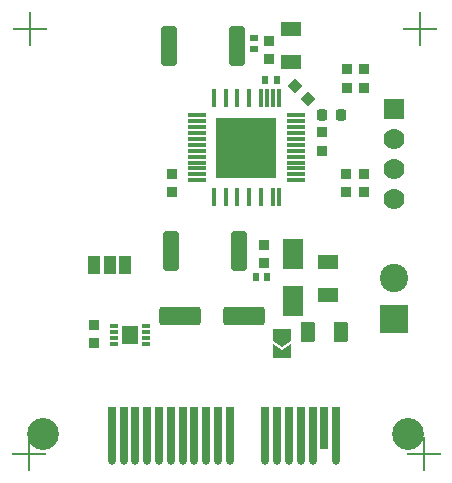
<source format=gts>
G04 #@! TF.GenerationSoftware,KiCad,Pcbnew,(5.99.0-8491-gb8dfcb34c4)*
G04 #@! TF.CreationDate,2021-01-20T09:42:39+01:00*
G04 #@! TF.ProjectId,TMC2130_Driver,544d4332-3133-4305-9f44-72697665722e,rev?*
G04 #@! TF.SameCoordinates,PX67f3540PY6cb8080*
G04 #@! TF.FileFunction,Soldermask,Top*
G04 #@! TF.FilePolarity,Negative*
%FSLAX46Y46*%
G04 Gerber Fmt 4.6, Leading zero omitted, Abs format (unit mm)*
G04 Created by KiCad (PCBNEW (5.99.0-8491-gb8dfcb34c4)) date 2021-01-20 09:42:39*
%MOMM*%
%LPD*%
G01*
G04 APERTURE LIST*
G04 Aperture macros list*
%AMRoundRect*
0 Rectangle with rounded corners*
0 $1 Rounding radius*
0 $2 $3 $4 $5 $6 $7 $8 $9 X,Y pos of 4 corners*
0 Add a 4 corners polygon primitive as box body*
4,1,4,$2,$3,$4,$5,$6,$7,$8,$9,$2,$3,0*
0 Add four circle primitives for the rounded corners*
1,1,$1+$1,$2,$3*
1,1,$1+$1,$4,$5*
1,1,$1+$1,$6,$7*
1,1,$1+$1,$8,$9*
0 Add four rect primitives between the rounded corners*
20,1,$1+$1,$2,$3,$4,$5,0*
20,1,$1+$1,$4,$5,$6,$7,0*
20,1,$1+$1,$6,$7,$8,$9,0*
20,1,$1+$1,$8,$9,$2,$3,0*%
%AMRotRect*
0 Rectangle, with rotation*
0 The origin of the aperture is its center*
0 $1 length*
0 $2 width*
0 $3 Rotation angle, in degrees counterclockwise*
0 Add horizontal line*
21,1,$1,$2,0,0,$3*%
G04 Aperture macros list end*
%ADD10R,0.950000X0.875000*%
%ADD11RotRect,0.875000X0.950000X135.000000*%
%ADD12R,1.750000X1.250000*%
%ADD13R,0.127000X3.000000*%
%ADD14R,3.000000X0.127000*%
%ADD15C,2.700000*%
%ADD16C,0.650000*%
%ADD17R,0.650000X4.600000*%
%ADD18R,0.650000X3.600000*%
%ADD19R,1.778000X1.778000*%
%ADD20C,1.778000*%
%ADD21RoundRect,0.250000X0.425000X1.425000X-0.425000X1.425000X-0.425000X-1.425000X0.425000X-1.425000X0*%
%ADD22R,0.875000X0.950000*%
%ADD23R,0.680000X0.300000*%
%ADD24R,1.450000X1.560000*%
%ADD25RoundRect,0.250000X1.500000X0.550000X-1.500000X0.550000X-1.500000X-0.550000X1.500000X-0.550000X0*%
%ADD26RoundRect,0.218750X-0.218750X-0.256250X0.218750X-0.256250X0.218750X0.256250X-0.218750X0.256250X0*%
%ADD27R,0.590000X0.640000*%
%ADD28R,0.640000X0.590000*%
%ADD29R,2.400000X2.400000*%
%ADD30C,2.400000*%
%ADD31R,1.000000X1.500000*%
%ADD32R,1.500000X0.300000*%
%ADD33R,0.300000X1.500000*%
%ADD34R,5.100000X5.100000*%
%ADD35R,1.800000X2.500000*%
%ADD36RoundRect,0.250000X0.375000X0.625000X-0.375000X0.625000X-0.375000X-0.625000X0.375000X-0.625000X0*%
G04 APERTURE END LIST*
D10*
X13790000Y25297500D03*
X13790000Y23722500D03*
D11*
X25246847Y31653153D03*
X24133153Y32766847D03*
D12*
X23820000Y34750000D03*
X23820000Y37550000D03*
D13*
X1744000Y37546000D03*
D14*
X1744000Y37546000D03*
D13*
X35100000Y1600000D03*
D14*
X35100000Y1600000D03*
D13*
X34764000Y37546000D03*
D14*
X34764000Y37546000D03*
D13*
X1600000Y1600000D03*
D14*
X1600000Y1600000D03*
D15*
X2800000Y3256000D03*
X33750000Y3256000D03*
D16*
X27652800Y1014800D03*
X14652800Y1014800D03*
X17652800Y1014800D03*
X18652800Y1014800D03*
X11652800Y1014800D03*
X10652800Y1014800D03*
X15652800Y1014800D03*
X16652800Y1014800D03*
X23652800Y1014800D03*
X25652800Y1014800D03*
X22652800Y1014800D03*
X13652800Y1014800D03*
X24652800Y1014800D03*
X9652800Y1014800D03*
X12652800Y1014800D03*
X21652800Y1014800D03*
X8652800Y1014800D03*
D17*
X8652800Y3314800D03*
X9652800Y3314800D03*
X10652800Y3314800D03*
X11652800Y3314800D03*
X12652800Y3314800D03*
X13652800Y3314800D03*
X14652800Y3314800D03*
X15652800Y3314800D03*
X16652800Y3314800D03*
X17652800Y3314800D03*
X18652800Y3314800D03*
X21652800Y3314800D03*
X22652800Y3314800D03*
X23652800Y3314800D03*
X24652800Y3314800D03*
X25652800Y3314800D03*
D18*
X26652800Y3814800D03*
D17*
X27652800Y3314800D03*
D19*
X32540000Y30820000D03*
D20*
X32540000Y28280000D03*
X32540000Y25740000D03*
X32540000Y23200000D03*
D10*
X30040000Y34147500D03*
X30040000Y32572500D03*
D21*
X19440000Y18750000D03*
X13640000Y18750000D03*
X19280000Y36090000D03*
X13480000Y36090000D03*
D22*
X28452500Y23780000D03*
X30027500Y23780000D03*
D23*
X11530800Y10879200D03*
X11530800Y11379200D03*
X11530800Y11879200D03*
X11530800Y12379200D03*
X8810800Y12379200D03*
X8810800Y11879200D03*
X8810800Y11379200D03*
X8810800Y10879200D03*
D24*
X10170800Y11629200D03*
D10*
X7130000Y10955000D03*
X7130000Y12530000D03*
D25*
X19820000Y13240000D03*
X14420000Y13240000D03*
D12*
X26940000Y17860000D03*
X26940000Y15060000D03*
D10*
X26490000Y27272500D03*
X26490000Y28847500D03*
D26*
X26452500Y30310000D03*
X28027500Y30310000D03*
D27*
X21655000Y33260000D03*
X22625000Y33260000D03*
X20825000Y16560000D03*
X21795000Y16560000D03*
D10*
X28560000Y34147500D03*
X28560000Y32572500D03*
D28*
X20720000Y35865000D03*
X20720000Y36835000D03*
D29*
X32540000Y13010000D03*
D30*
X32540000Y16510000D03*
D31*
X7170000Y17600000D03*
X8470000Y17600000D03*
X9770000Y17600000D03*
G36*
X23080000Y10675000D02*
G01*
X22330000Y11175000D01*
X22330000Y12175000D01*
X23830000Y12175000D01*
X23830000Y11175000D01*
X23080000Y10675000D01*
G37*
G36*
X22330000Y9725000D02*
G01*
X22330000Y10875000D01*
X23080000Y10375000D01*
X23830000Y10875000D01*
X23830000Y9725000D01*
X22330000Y9725000D01*
G37*
D32*
X15840000Y30260000D03*
X15840000Y29760000D03*
X15840000Y29260000D03*
X15840000Y28760000D03*
X15840000Y28260000D03*
X15840000Y27760000D03*
X15840000Y27260000D03*
X15840000Y26760000D03*
X15840000Y26260000D03*
X15840000Y25760000D03*
X15840000Y25260000D03*
X15840000Y24760000D03*
D33*
X17290000Y23310000D03*
X18290000Y23310000D03*
X19290000Y23310000D03*
X20290000Y23310000D03*
X21290000Y23310000D03*
X22290000Y23310000D03*
X22790000Y23310000D03*
D32*
X24240000Y24760000D03*
X24240000Y25260000D03*
X24240000Y25760000D03*
X24240000Y26260000D03*
X24240000Y26760000D03*
X24240000Y27260000D03*
X24240000Y27760000D03*
X24240000Y28260000D03*
X24240000Y28760000D03*
X24240000Y29260000D03*
X24240000Y29760000D03*
X24240000Y30260000D03*
D33*
X22790000Y31710000D03*
X22290000Y31710000D03*
X21790000Y31710000D03*
X21290000Y31710000D03*
X20290000Y31710000D03*
X19290000Y31710000D03*
X18290000Y31710000D03*
X17290000Y31710000D03*
D34*
X20040000Y27510000D03*
D22*
X28452500Y25260000D03*
X30027500Y25260000D03*
D35*
X24010000Y14550000D03*
X24010000Y18550000D03*
D36*
X28030000Y11880000D03*
X25230000Y11880000D03*
D10*
X21930000Y35012500D03*
X21930000Y36587500D03*
X21520000Y19307500D03*
X21520000Y17732500D03*
M02*

</source>
